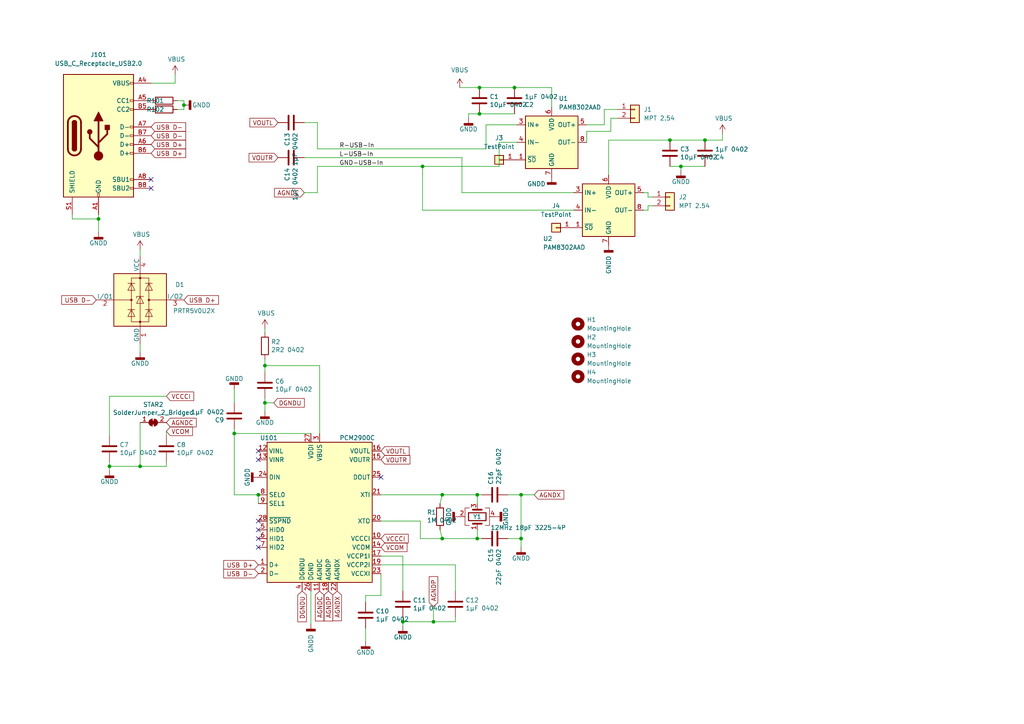
<source format=kicad_sch>
(kicad_sch (version 20211123) (generator eeschema)
  (paper "A4")
  (lib_symbols
    (symbol "Amplifier_Audio:PAM8302AAD"
      (property "Reference" "U" (at 7.62 11.43 0))
      (property "Value" "PAM8302AAD" (at 7.62 8.89 0))
      (symbol "PAM8302AAD_0_1"
        (rectangle (start -7.62 7.62) (end 7.62 -7.62) (stroke (width 0.254)) (fill (type background)))
      )
      (symbol "PAM8302AAD_1_1"
        (pin input line (at -10.16 -5.08 0) (length 2.54) (name "~{SD}") (number "1"))
        (pin no_connect line (at 7.62 -5.08 180) (length 2.54) hide (name "NC") (number "2"))
        (pin input line (at -10.16 5.08 0) (length 2.54) (name "IN+") (number "3"))
        (pin input line (at -10.16 0 0) (length 2.54) (name "IN-") (number "4"))
        (pin output line (at 10.16 5.08 180) (length 2.54) (name "OUT+") (number "5"))
        (pin power_in line (at 0 10.16 270) (length 2.54) (name "VDD") (number "6"))
        (pin power_in line (at 0 -10.16 90) (length 2.54) (name "GND") (number "7"))
        (pin output line (at 10.16 0 180) (length 2.54) (name "OUT-") (number "8"))
      )
    )
    (symbol "Audio:PCM2902"
      (property "Reference" "U" (at -14.732 21.59 0))
      (property "Value" "PCM2902" (at 10.922 21.59 0))
      (symbol "PCM2902_0_1"
        (rectangle (start -15.24 20.32) (end 15.24 -20.32) (stroke (width 0.254)) (fill (type background)))
      )
      (symbol "PCM2902_1_1"
        (pin bidirectional line (at -17.78 -15.24 0) (length 2.54) (name "D+") (number "1"))
        (pin passive line (at 17.78 -7.62 180) (length 2.54) (name "VCCCI") (number "10"))
        (pin power_in line (at 0 -22.86 90) (length 2.54) (name "AGNDC") (number "11"))
        (pin input line (at -17.78 17.78 0) (length 2.54) (name "VINL") (number "12"))
        (pin input line (at -17.78 15.24 0) (length 2.54) (name "VINR") (number "13"))
        (pin passive line (at 17.78 -10.16 180) (length 2.54) (name "VCOM") (number "14"))
        (pin output line (at 17.78 15.24 180) (length 2.54) (name "VOUTR") (number "15"))
        (pin output line (at 17.78 17.78 180) (length 2.54) (name "VOUTL") (number "16"))
        (pin passive line (at 17.78 -12.7 180) (length 2.54) (name "VCCP1I") (number "17"))
        (pin power_in line (at 2.54 -22.86 90) (length 2.54) (name "AGNDP") (number "18"))
        (pin passive line (at 17.78 -15.24 180) (length 2.54) (name "VCCP2I") (number "19"))
        (pin bidirectional line (at -17.78 -17.78 0) (length 2.54) (name "D-") (number "2"))
        (pin output line (at 17.78 -2.54 180) (length 2.54) (name "XTO") (number "20"))
        (pin input line (at 17.78 5.08 180) (length 2.54) (name "XTI") (number "21"))
        (pin power_in line (at 5.08 -22.86 90) (length 2.54) (name "AGNDX") (number "22"))
        (pin passive line (at 17.78 -17.78 180) (length 2.54) (name "VCCXI") (number "23"))
        (pin input line (at -17.78 10.16 0) (length 2.54) (name "DIN") (number "24"))
        (pin output line (at 17.78 10.16 180) (length 2.54) (name "DOUT") (number "25"))
        (pin power_in line (at -2.54 -22.86 90) (length 2.54) (name "DGND") (number "26"))
        (pin power_out line (at -2.54 22.86 270) (length 2.54) (name "VDDI") (number "27"))
        (pin output line (at -17.78 -2.54 0) (length 2.54) (name "~{SSPND}") (number "28"))
        (pin power_in line (at 0 22.86 270) (length 2.54) (name "VBUS") (number "3"))
        (pin power_in line (at -5.08 -22.86 90) (length 2.54) (name "DGNDU") (number "4"))
        (pin input line (at -17.78 -5.08 0) (length 2.54) (name "HID0") (number "5"))
        (pin input line (at -17.78 -7.62 0) (length 2.54) (name "HID1") (number "6"))
        (pin input line (at -17.78 -10.16 0) (length 2.54) (name "HID2") (number "7"))
        (pin input line (at -17.78 5.08 0) (length 2.54) (name "SEL0") (number "8"))
        (pin input line (at -17.78 2.54 0) (length 2.54) (name "SEL1") (number "9"))
      )
    )
    (symbol "Connector:USB_C_Receptacle_USB2.0" (pin_names (offset 1.016))
      (property "Reference" "J" (at -10.16 19.05 0))
      (property "Value" "USB_C_Receptacle_USB2.0" (at 19.05 19.05 0))
      (symbol "USB_C_Receptacle_USB2.0_0_0"
        (rectangle (start -0.254 -17.78) (end 0.254 -16.764))
        (rectangle (start 10.16 -14.986) (end 9.144 -15.494))
        (rectangle (start 10.16 -12.446) (end 9.144 -12.954))
        (rectangle (start 10.16 -4.826) (end 9.144 -5.334))
        (rectangle (start 10.16 -2.286) (end 9.144 -2.794))
        (rectangle (start 10.16 0.254) (end 9.144 -0.254))
        (rectangle (start 10.16 2.794) (end 9.144 2.286))
        (rectangle (start 10.16 7.874) (end 9.144 7.366))
        (rectangle (start 10.16 10.414) (end 9.144 9.906))
        (rectangle (start 10.16 15.494) (end 9.144 14.986))
      )
      (symbol "USB_C_Receptacle_USB2.0_0_1"
        (rectangle (start -10.16 17.78) (end 10.16 -17.78) (stroke (width 0.254)) (fill (type background)))
        (arc (start -8.89 -3.81) (mid -6.985 -5.715) (end -5.08 -3.81) (stroke (width 0.508)))
        (arc (start -7.62 -3.81) (mid -6.985 -4.445) (end -6.35 -3.81) (stroke (width 0.254)))
        (arc (start -7.62 -3.81) (mid -6.985 -4.445) (end -6.35 -3.81) (stroke (width 0.254)) (fill (type outline)))
        (rectangle (start -7.62 -3.81) (end -6.35 3.81) (stroke (width 0.254)) (fill (type outline)))
        (arc (start -6.35 3.81) (mid -6.985 4.445) (end -7.62 3.81) (stroke (width 0.254)))
        (arc (start -6.35 3.81) (mid -6.985 4.445) (end -7.62 3.81) (stroke (width 0.254)) (fill (type outline)))
        (arc (start -5.08 3.81) (mid -6.985 5.715) (end -8.89 3.81) (stroke (width 0.508)))
        (circle (center -2.54 1.143) (radius 0.635) (stroke (width 0.254)) (fill (type outline)))
        (circle (center 0 -5.842) (radius 1.27) (fill (type outline)))
        (polyline (pts (xy -8.89 -3.81) (xy -8.89 3.81)) (stroke (width 0.508)))
        (polyline (pts (xy -5.08 3.81) (xy -5.08 -3.81)) (stroke (width 0.508)))
        (polyline (pts (xy 0 -5.842) (xy 0 4.318)) (stroke (width 0.508)))
        (polyline (pts (xy 0 -3.302) (xy -2.54 -0.762) (xy -2.54 0.508)) (stroke (width 0.508)))
        (polyline (pts (xy 0 -2.032) (xy 2.54 0.508) (xy 2.54 1.778)) (stroke (width 0.508)))
        (polyline (pts (xy -1.27 4.318) (xy 0 6.858) (xy 1.27 4.318) (xy -1.27 4.318)) (stroke (width 0.254)) (fill (type outline)))
        (rectangle (start 1.905 1.778) (end 3.175 3.048) (stroke (width 0.254)) (fill (type outline)))
      )
      (symbol "USB_C_Receptacle_USB2.0_1_1"
        (pin passive line (at 0 -22.86 90) (length 5.08) (name "GND") (number "A1"))
        (pin passive line (at 0 -22.86 90) (length 5.08) hide (name "GND") (number "A12"))
        (pin passive line (at 15.24 15.24 180) (length 5.08) (name "VBUS") (number "A4"))
        (pin bidirectional line (at 15.24 10.16 180) (length 5.08) (name "CC1") (number "A5"))
        (pin bidirectional line (at 15.24 -2.54 180) (length 5.08) (name "D+") (number "A6"))
        (pin bidirectional line (at 15.24 2.54 180) (length 5.08) (name "D-") (number "A7"))
        (pin bidirectional line (at 15.24 -12.7 180) (length 5.08) (name "SBU1") (number "A8"))
        (pin passive line (at 15.24 15.24 180) (length 5.08) hide (name "VBUS") (number "A9"))
        (pin passive line (at 0 -22.86 90) (length 5.08) hide (name "GND") (number "B1"))
        (pin passive line (at 0 -22.86 90) (length 5.08) hide (name "GND") (number "B12"))
        (pin passive line (at 15.24 15.24 180) (length 5.08) hide (name "VBUS") (number "B4"))
        (pin bidirectional line (at 15.24 7.62 180) (length 5.08) (name "CC2") (number "B5"))
        (pin bidirectional line (at 15.24 -5.08 180) (length 5.08) (name "D+") (number "B6"))
        (pin bidirectional line (at 15.24 0 180) (length 5.08) (name "D-") (number "B7"))
        (pin bidirectional line (at 15.24 -15.24 180) (length 5.08) (name "SBU2") (number "B8"))
        (pin passive line (at 15.24 15.24 180) (length 5.08) hide (name "VBUS") (number "B9"))
        (pin passive line (at -7.62 -22.86 90) (length 5.08) (name "SHIELD") (number "S1"))
      )
    )
    (symbol "Connector_Generic:Conn_01x01" (pin_names (offset 1.016) hide)
      (property "Reference" "J" (at 0 2.54 0))
      (property "Value" "Conn_01x01" (at 0 -2.54 0))
      (symbol "Conn_01x01_1_1"
        (rectangle (start -1.27 0.127) (end 0 -0.127) (stroke (width 0.1524)))
        (rectangle (start -1.27 1.27) (end 1.27 -1.27) (stroke (width 0.254)) (fill (type background)))
        (pin passive line (at -5.08 0 0) (length 3.81) (name "Pin_1") (number "1"))
      )
    )
    (symbol "Connector_Generic:Conn_01x02" (pin_names (offset 1.016) hide)
      (property "Reference" "J" (at 0 2.54 0))
      (property "Value" "Conn_01x02" (at 0 -5.08 0))
      (symbol "Conn_01x02_1_1"
        (rectangle (start -1.27 -2.413) (end 0 -2.667) (stroke (width 0.1524)))
        (rectangle (start -1.27 0.127) (end 0 -0.127) (stroke (width 0.1524)))
        (rectangle (start -1.27 1.27) (end 1.27 -3.81) (stroke (width 0.254)) (fill (type background)))
        (pin passive line (at -5.08 0 0) (length 3.81) (name "Pin_1") (number "1"))
        (pin passive line (at -5.08 -2.54 0) (length 3.81) (name "Pin_2") (number "2"))
      )
    )
    (symbol "Device:C" (pin_numbers hide) (pin_names (offset 0.254))
      (property "Reference" "C" (at 0.635 2.54 0))
      (property "Value" "C" (at 0.635 -2.54 0))
      (symbol "C_0_1"
        (polyline (pts (xy -2.032 -0.762) (xy 2.032 -0.762)) (stroke (width 0.508)))
        (polyline (pts (xy -2.032 0.762) (xy 2.032 0.762)) (stroke (width 0.508)))
      )
      (symbol "C_1_1"
        (pin passive line (at 0 3.81 270) (length 2.794) (name "~") (number "1"))
        (pin passive line (at 0 -3.81 90) (length 2.794) (name "~") (number "2"))
      )
    )
    (symbol "Device:Crystal_GND24" (pin_names (offset 1.016) hide)
      (property "Reference" "Y" (at 3.175 5.08 0))
      (property "Value" "Crystal_GND24" (at 3.175 3.175 0))
      (symbol "Crystal_GND24_0_1"
        (rectangle (start -1.143 2.54) (end 1.143 -2.54) (stroke (width 0.3048)))
        (polyline (pts (xy -2.54 0) (xy -2.032 0)))
        (polyline (pts (xy -2.032 -1.27) (xy -2.032 1.27)) (stroke (width 0.508)))
        (polyline (pts (xy 0 -3.81) (xy 0 -3.556)))
        (polyline (pts (xy 0 3.556) (xy 0 3.81)))
        (polyline (pts (xy 2.032 -1.27) (xy 2.032 1.27)) (stroke (width 0.508)))
        (polyline (pts (xy 2.032 0) (xy 2.54 0)))
        (polyline (pts (xy -2.54 -2.286) (xy -2.54 -3.556) (xy 2.54 -3.556) (xy 2.54 -2.286)))
        (polyline (pts (xy -2.54 2.286) (xy -2.54 3.556) (xy 2.54 3.556) (xy 2.54 2.286)))
      )
      (symbol "Crystal_GND24_1_1"
        (pin passive line (at -3.81 0 0) (length 1.27) (name "1") (number "1"))
        (pin passive line (at 0 5.08 270) (length 1.27) (name "2") (number "2"))
        (pin passive line (at 3.81 0 180) (length 1.27) (name "3") (number "3"))
        (pin passive line (at 0 -5.08 90) (length 1.27) (name "4") (number "4"))
      )
    )
    (symbol "Device:R" (pin_numbers hide) (pin_names (offset 0))
      (property "Reference" "R" (at 2.032 0 90))
      (property "Value" "R" (at 0 0 90))
      (symbol "R_0_1"
        (rectangle (start -1.016 -2.54) (end 1.016 2.54) (stroke (width 0.254)))
      )
      (symbol "R_1_1"
        (pin passive line (at 0 3.81 270) (length 1.27) (name "~") (number "1"))
        (pin passive line (at 0 -3.81 90) (length 1.27) (name "~") (number "2"))
      )
    )
    (symbol "Jumper:SolderJumper_2_Bridged" (pin_names (offset 0) hide)
      (property "Reference" "JP" (at 0 2.032 0))
      (property "Value" "SolderJumper_2_Bridged" (at 0 -2.54 0))
      (symbol "SolderJumper_2_Bridged_0_1"
        (rectangle (start -0.508 0.508) (end 0.508 -0.508) (fill (type outline)))
        (arc (start -0.254 1.016) (mid -1.27 0) (end -0.254 -1.016))
        (arc (start -0.254 1.016) (mid -1.27 0) (end -0.254 -1.016) (fill (type outline)))
        (polyline (pts (xy -0.254 1.016) (xy -0.254 -1.016)))
        (polyline (pts (xy 0.254 1.016) (xy 0.254 -1.016)))
        (arc (start 0.254 -1.016) (mid 1.27 0) (end 0.254 1.016))
        (arc (start 0.254 -1.016) (mid 1.27 0) (end 0.254 1.016) (fill (type outline)))
      )
      (symbol "SolderJumper_2_Bridged_1_1"
        (pin passive line (at -3.81 0 0) (length 2.54) (name "A") (number "1"))
        (pin passive line (at 3.81 0 180) (length 2.54) (name "B") (number "2"))
      )
    )
    (symbol "Mechanical:MountingHole" (pin_names (offset 1.016))
      (property "Reference" "H" (at 0 5.08 0))
      (property "Value" "MountingHole" (at 0 3.175 0))
      (symbol "MountingHole_0_1"
        (circle (center 0 0) (radius 1.27) (stroke (width 1.27)))
      )
    )
    (symbol "Power_Protection:PRTR5V0U2X" (pin_names (offset 0))
      (property "Reference" "D" (at 2.794 8.636 0))
      (property "Value" "PRTR5V0U2X" (at 8.128 -9.398 0))
      (symbol "PRTR5V0U2X_0_1"
        (rectangle (start -7.62 -7.62) (end 7.62 7.62) (stroke (width 0.254)) (fill (type background)))
        (circle (center -2.54 0) (radius 0.254) (fill (type outline)))
        (rectangle (start -2.54 6.35) (end 2.54 -6.35))
        (circle (center 0 -6.35) (radius 0.254) (fill (type outline)))
        (polyline (pts (xy -2.54 0) (xy -7.62 0)))
        (polyline (pts (xy -1.524 -2.794) (xy -3.556 -2.794)))
        (polyline (pts (xy -1.524 4.826) (xy -3.556 4.826)))
        (polyline (pts (xy 0 -7.62) (xy 0 7.62)))
        (polyline (pts (xy 1.524 -2.794) (xy 3.556 -2.794)))
        (polyline (pts (xy 1.524 4.826) (xy 3.556 4.826)))
        (polyline (pts (xy 2.54 0) (xy 7.62 0)))
        (polyline (pts (xy 1.016 1.016) (xy -1.016 1.016) (xy -1.016 0.508)))
        (polyline (pts (xy -3.556 -4.826) (xy -1.524 -4.826) (xy -2.54 -2.794) (xy -3.556 -4.826)))
        (polyline (pts (xy -3.556 2.794) (xy -1.524 2.794) (xy -2.54 4.826) (xy -3.556 2.794)))
        (polyline (pts (xy -1.016 -1.016) (xy 1.016 -1.016) (xy 0 1.016) (xy -1.016 -1.016)))
        (polyline (pts (xy 3.556 -4.826) (xy 1.524 -4.826) (xy 2.54 -2.794) (xy 3.556 -4.826)))
        (polyline (pts (xy 3.556 2.794) (xy 1.524 2.794) (xy 2.54 4.826) (xy 3.556 2.794)))
        (circle (center 0 6.35) (radius 0.254) (fill (type outline)))
        (circle (center 2.54 0) (radius 0.254) (fill (type outline)))
      )
      (symbol "PRTR5V0U2X_1_1"
        (pin passive line (at 0 -12.7 90) (length 5.08) (name "GND") (number "1"))
        (pin passive line (at -12.7 0 0) (length 5.08) (name "I/O1") (number "2"))
        (pin passive line (at 12.7 0 180) (length 5.08) (name "I/O2") (number "3"))
        (pin passive line (at 0 12.7 270) (length 5.08) (name "VCC") (number "4"))
      )
    )
    (symbol "power:GNDD" (power) (pin_names (offset 0))
      (property "Value" "GNDD" (at 0 -3.175 0))
      (symbol "GNDD_0_1"
        (rectangle (start -1.27 -1.524) (end 1.27 -2.032) (stroke (width 0.254)) (fill (type outline)))
        (polyline (pts (xy 0 0) (xy 0 -1.524)))
      )
      (symbol "GNDD_1_1"
        (pin power_in line (at 0 0 270) (length 0) hide (name "GNDD") (number "1"))
      )
    )
    (symbol "power:VBUS" (power) (pin_names (offset 0))
      (property "Value" "VBUS" (at 0 3.81 0))
      (symbol "VBUS_0_1"
        (polyline (pts (xy -0.762 1.27) (xy 0 2.54)))
        (polyline (pts (xy 0 0) (xy 0 2.54)))
        (polyline (pts (xy 0 2.54) (xy 0.762 1.27)))
      )
      (symbol "VBUS_1_1"
        (pin power_in line (at 0 0 90) (length 0) hide (name "VBUS") (number "1"))
      )
    )
  )
  (junction (at 151.13 156.21))
  (junction (at 28.575 63.5))
  (junction (at 128.27 143.51))
  (junction (at 138.43 156.21))
  (junction (at 76.835 106.045))
  (junction (at 122.555 48.26))
  (junction (at 194.31 40.64))
  (junction (at 149.225 25.4))
  (junction (at 151.13 143.51))
  (junction (at 116.84 180.34))
  (junction (at 31.75 135.255))
  (junction (at 76.835 116.84))
  (junction (at 138.43 143.51))
  (junction (at 139.065 33.02))
  (junction (at 204.47 40.64))
  (junction (at 128.27 156.21))
  (junction (at 74.93 143.51))
  (junction (at 40.64 135.255))
  (junction (at 125.73 180.34))
  (junction (at 53.34 30.48))
  (junction (at 139.065 25.4))
  (junction (at 197.485 48.26))
  (junction (at 67.945 125.73))
  (no_connect (at 74.93 153.67))
  (no_connect (at 74.93 156.21))
  (no_connect (at 74.93 158.75))
  (no_connect (at 110.49 138.43))
  (no_connect (at 43.815 52.07))
  (no_connect (at 43.815 54.61))
  (no_connect (at 74.93 133.35))
  (no_connect (at 74.93 130.81))
  (no_connect (at 74.93 151.13))
  (wire (pts (xy 67.945 116.84) (xy 67.945 113.03)))
  (wire (pts (xy 28.575 62.23) (xy 28.575 63.5)))
  (wire (pts (xy 194.31 48.26) (xy 197.485 48.26)))
  (wire (pts (xy 51.435 31.75) (xy 53.34 31.75)))
  (wire (pts (xy 122.555 48.26) (xy 144.78 48.26)))
  (wire (pts (xy 90.17 180.975) (xy 90.17 171.45)))
  (wire (pts (xy 40.64 72.39) (xy 40.64 74.295)))
  (wire (pts (xy 31.75 135.255) (xy 40.64 135.255)))
  (wire (pts (xy 48.26 135.255) (xy 48.26 133.985)))
  (wire (pts (xy 140.97 36.195) (xy 149.86 36.195)))
  (wire (pts (xy 40.64 99.695) (xy 40.64 102.235)))
  (wire (pts (xy 31.75 114.935) (xy 48.26 114.935)))
  (wire (pts (xy 116.84 179.07) (xy 116.84 180.34)))
  (wire (pts (xy 76.835 95.25) (xy 76.835 96.52)))
  (wire (pts (xy 127.635 153.67) (xy 128.27 156.21)))
  (wire (pts (xy 20.955 63.5) (xy 20.955 62.23)))
  (wire (pts (xy 139.065 33.02) (xy 135.89 33.02)))
  (wire (pts (xy 149.225 33.02) (xy 139.065 33.02)))
  (wire (pts (xy 121.92 156.21) (xy 128.27 156.21)))
  (wire (pts (xy 116.84 180.34) (xy 125.73 180.34)))
  (wire (pts (xy 151.13 156.21) (xy 151.13 158.75)))
  (wire (pts (xy 40.64 135.255) (xy 48.26 135.255)))
  (wire (pts (xy 40.64 122.555) (xy 40.64 135.255)))
  (wire (pts (xy 197.485 48.26) (xy 197.485 49.53)))
  (wire (pts (xy 138.43 143.51) (xy 139.7 143.51)))
  (wire (pts (xy 53.34 29.21) (xy 51.435 29.21)))
  (wire (pts (xy 88.265 55.88) (xy 92.075 55.88)))
  (wire (pts (xy 31.75 135.255) (xy 31.75 136.525)))
  (wire (pts (xy 135.89 33.02) (xy 135.89 34.29)))
  (wire (pts (xy 76.835 106.045) (xy 76.835 107.95)))
  (wire (pts (xy 132.08 179.07) (xy 132.08 180.34)))
  (wire (pts (xy 209.55 38.735) (xy 209.55 40.64)))
  (wire (pts (xy 48.26 125.095) (xy 48.26 126.365)))
  (wire (pts (xy 28.575 63.5) (xy 28.575 67.31)))
  (wire (pts (xy 127.635 146.05) (xy 128.27 143.51)))
  (wire (pts (xy 187.96 57.15) (xy 187.96 55.88)))
  (wire (pts (xy 31.75 126.365) (xy 31.75 114.935)))
  (wire (pts (xy 125.73 180.34) (xy 132.08 180.34)))
  (wire (pts (xy 106.045 174.625) (xy 106.045 172.72)))
  (wire (pts (xy 144.78 48.26) (xy 144.78 41.275)))
  (wire (pts (xy 116.84 161.29) (xy 110.49 161.29)))
  (wire (pts (xy 110.49 143.51) (xy 128.27 143.51)))
  (wire (pts (xy 92.71 106.045) (xy 92.71 125.73)))
  (wire (pts (xy 139.065 25.4) (xy 133.35 25.4)))
  (wire (pts (xy 170.18 36.195) (xy 175.26 36.195)))
  (wire (pts (xy 186.69 55.88) (xy 187.96 55.88)))
  (wire (pts (xy 197.485 48.26) (xy 204.47 48.26)))
  (wire (pts (xy 110.49 151.13) (xy 121.92 151.13)))
  (wire (pts (xy 133.985 55.88) (xy 166.37 55.88)))
  (wire (pts (xy 160.02 31.115) (xy 160.02 25.4)))
  (wire (pts (xy 176.53 50.8) (xy 176.53 40.64)))
  (wire (pts (xy 88.265 35.56) (xy 92.075 35.56)))
  (wire (pts (xy 53.34 30.48) (xy 53.34 29.21)))
  (wire (pts (xy 209.55 40.64) (xy 204.47 40.64)))
  (wire (pts (xy 106.045 182.245) (xy 106.045 186.055)))
  (wire (pts (xy 186.69 60.96) (xy 187.96 60.96)))
  (wire (pts (xy 140.97 43.18) (xy 140.97 36.195)))
  (wire (pts (xy 170.18 38.1) (xy 170.18 41.275)))
  (wire (pts (xy 133.985 45.72) (xy 133.985 55.88)))
  (wire (pts (xy 194.31 40.64) (xy 204.47 40.64)))
  (wire (pts (xy 76.835 116.84) (xy 79.375 116.84)))
  (wire (pts (xy 177.165 38.1) (xy 170.18 38.1)))
  (wire (pts (xy 53.34 31.75) (xy 53.34 30.48)))
  (wire (pts (xy 92.075 48.26) (xy 92.075 55.88)))
  (wire (pts (xy 88.265 45.72) (xy 133.985 45.72)))
  (wire (pts (xy 92.075 43.18) (xy 140.97 43.18)))
  (wire (pts (xy 74.93 146.05) (xy 74.93 143.51)))
  (wire (pts (xy 138.43 156.21) (xy 139.7 156.21)))
  (wire (pts (xy 187.96 59.69) (xy 189.23 59.69)))
  (wire (pts (xy 76.835 106.045) (xy 92.71 106.045)))
  (wire (pts (xy 106.045 172.72) (xy 110.49 172.72)))
  (wire (pts (xy 92.075 48.26) (xy 122.555 48.26)))
  (wire (pts (xy 187.96 60.96) (xy 187.96 59.69)))
  (wire (pts (xy 138.43 156.21) (xy 138.43 153.67)))
  (wire (pts (xy 179.07 34.29) (xy 177.165 34.29)))
  (wire (pts (xy 76.835 115.57) (xy 76.835 116.84)))
  (wire (pts (xy 67.945 125.73) (xy 90.17 125.73)))
  (wire (pts (xy 28.575 63.5) (xy 20.955 63.5)))
  (wire (pts (xy 122.555 60.96) (xy 122.555 48.26)))
  (wire (pts (xy 67.945 143.51) (xy 67.945 125.73)))
  (wire (pts (xy 125.73 175.895) (xy 125.73 180.34)))
  (wire (pts (xy 160.02 25.4) (xy 149.225 25.4)))
  (wire (pts (xy 110.49 163.83) (xy 132.08 163.83)))
  (wire (pts (xy 43.815 24.13) (xy 50.8 24.13)))
  (wire (pts (xy 50.8 24.13) (xy 50.8 21.59)))
  (wire (pts (xy 116.84 161.29) (xy 116.84 171.45)))
  (wire (pts (xy 67.945 125.73) (xy 67.945 124.46)))
  (wire (pts (xy 128.27 143.51) (xy 138.43 143.51)))
  (wire (pts (xy 121.92 151.13) (xy 121.92 156.21)))
  (wire (pts (xy 189.23 57.15) (xy 187.96 57.15)))
  (wire (pts (xy 147.32 156.21) (xy 151.13 156.21)))
  (wire (pts (xy 110.49 172.72) (xy 110.49 166.37)))
  (wire (pts (xy 166.37 60.96) (xy 122.555 60.96)))
  (wire (pts (xy 147.32 143.51) (xy 151.13 143.51)))
  (wire (pts (xy 151.13 143.51) (xy 154.94 143.51)))
  (wire (pts (xy 31.75 133.985) (xy 31.75 135.255)))
  (wire (pts (xy 76.835 116.84) (xy 76.835 119.38)))
  (wire (pts (xy 67.945 143.51) (xy 74.93 143.51)))
  (wire (pts (xy 176.53 40.64) (xy 194.31 40.64)))
  (wire (pts (xy 132.08 163.83) (xy 132.08 171.45)))
  (wire (pts (xy 144.78 41.275) (xy 149.86 41.275)))
  (wire (pts (xy 177.165 34.29) (xy 177.165 38.1)))
  (wire (pts (xy 149.225 25.4) (xy 139.065 25.4)))
  (wire (pts (xy 128.27 156.21) (xy 138.43 156.21)))
  (wire (pts (xy 175.26 31.75) (xy 179.07 31.75)))
  (wire (pts (xy 116.84 180.34) (xy 116.84 181.61)))
  (wire (pts (xy 138.43 143.51) (xy 138.43 146.05)))
  (wire (pts (xy 151.13 143.51) (xy 151.13 156.21)))
  (wire (pts (xy 92.075 35.56) (xy 92.075 43.18)))
  (wire (pts (xy 175.26 36.195) (xy 175.26 31.75)))
  (wire (pts (xy 76.835 104.14) (xy 76.835 106.045)))
  (label "GND-USB-In" (at 98.425 48.26 0))
  (label "L-USB-In" (at 98.425 45.72 0))
  (label "R-USB-In" (at 98.425 43.18 0))
  (global_label "USB D+" (shape input) (at 53.34 86.995 0) (property "Intersheet References" "${INTERSHEET_REFS}" (effects hide)))
  (global_label "USB D-" (shape input) (at 43.815 36.83 0) (property "Intersheet References" "${INTERSHEET_REFS}" (effects hide)))
  (global_label "AGNDC" (shape input) (at 48.26 122.555 0) (property "Intersheet References" "${INTERSHEET_REFS}" (effects hide)))
  (global_label "VCCCI" (shape input) (at 110.49 156.21 0) (property "Intersheet References" "${INTERSHEET_REFS}" (effects hide)))
  (global_label "USB D-" (shape input) (at 74.93 166.37 180) (property "Intersheet References" "${INTERSHEET_REFS}" (effects hide)))
  (global_label "DGNDU" (shape input) (at 79.375 116.84 0) (property "Intersheet References" "${INTERSHEET_REFS}" (effects hide)))
  (global_label "VOUTL" (shape input) (at 110.49 130.81 0) (property "Intersheet References" "${INTERSHEET_REFS}" (effects hide)))
  (global_label "AGNDC" (shape input) (at 88.265 55.88 180) (property "Intersheet References" "${INTERSHEET_REFS}" (effects hide)))
  (global_label "AGNDP" (shape input) (at 95.25 171.45 270) (property "Intersheet References" "${INTERSHEET_REFS}" (effects hide)))
  (global_label "USB D-" (shape input) (at 27.94 86.995 180) (property "Intersheet References" "${INTERSHEET_REFS}" (effects hide)))
  (global_label "VCOM" (shape input) (at 110.49 158.75 0) (property "Intersheet References" "${INTERSHEET_REFS}" (effects hide)))
  (global_label "VOUTL" (shape input) (at 80.645 35.56 180) (property "Intersheet References" "${INTERSHEET_REFS}" (effects hide)))
  (global_label "AGNDC" (shape input) (at 92.71 171.45 270) (property "Intersheet References" "${INTERSHEET_REFS}" (effects hide)))
  (global_label "VCCCI" (shape input) (at 48.26 114.935 0) (property "Intersheet References" "${INTERSHEET_REFS}" (effects hide)))
  (global_label "VOUTR" (shape input) (at 110.49 133.35 0) (property "Intersheet References" "${INTERSHEET_REFS}" (effects hide)))
  (global_label "AGNDX" (shape input) (at 97.79 171.45 270) (property "Intersheet References" "${INTERSHEET_REFS}" (effects hide)))
  (global_label "USB D-" (shape input) (at 43.815 39.37 0) (property "Intersheet References" "${INTERSHEET_REFS}" (effects hide)))
  (global_label "AGNDP" (shape input) (at 125.73 175.895 90) (property "Intersheet References" "${INTERSHEET_REFS}" (effects hide)))
  (global_label "VCOM" (shape input) (at 48.26 125.095 0) (property "Intersheet References" "${INTERSHEET_REFS}" (effects hide)))
  (global_label "USB D+" (shape input) (at 43.815 41.91 0) (property "Intersheet References" "${INTERSHEET_REFS}" (effects hide)))
  (global_label "DGNDU" (shape input) (at 87.63 171.45 270) (property "Intersheet References" "${INTERSHEET_REFS}" (effects hide)))
  (global_label "USB D+" (shape input) (at 43.815 44.45 0) (property "Intersheet References" "${INTERSHEET_REFS}" (effects hide)))
  (global_label "USB D+" (shape input) (at 74.93 163.83 180) (property "Intersheet References" "${INTERSHEET_REFS}" (effects hide)))
  (global_label "VOUTR" (shape input) (at 80.645 45.72 180) (property "Intersheet References" "${INTERSHEET_REFS}" (effects hide)))
  (global_label "AGNDX" (shape input) (at 154.94 143.51 0) (property "Intersheet References" "${INTERSHEET_REFS}" (effects hide)))
  (symbol (lib_id "Power_Protection:PRTR5V0U2X") (at 40.64 86.995 0) (unit 1)
    (property "Reference" "D1" (at 50.8 82.55 0) (effects (justify left)))
    (property "Value" "PRTR5V0U2X" (at 50.165 90.17 0) (effects (justify left)))
    (property "Footprint" "Package_TO_SOT_SMD:SOT-143" (effects hide))
    (property "Datasheet" "https://assets.nexperia.com/documents/data-sheet/PRTR5V0U2X.pdf" (effects hide))
  )
  (symbol (lib_id "power:GNDD") (at 28.575 67.31 0) (unit 1)
    (property "Reference" "#PWR0107" (effects hide))
    (property "Value" "GNDD" (at 28.575 70.485 0))
  )
  (symbol (lib_id "power:GNDD") (at 40.64 102.235 0) (unit 1)
    (property "Reference" "#PWR0105" (effects hide))
    (property "Value" "GNDD" (at 40.64 105.41 0))
  )
  (symbol (lib_id "power:VBUS") (at 40.64 72.39 0) (unit 1)
    (property "Reference" "#PWR0123" (effects hide))
    (property "Value" "VBUS" (at 41.021 67.9958 0))
  )
  (symbol (lib_id "Audio:PCM2902") (at 92.71 148.59 0) (unit 1)
    (property "Reference" "U101" (at 77.978 127 0))
    (property "Value" "PCM2900C" (at 103.632 127 0))
    (property "Footprint" "Package_SO:SSOP-28_5.3x10.2mm_P0.65mm" (effects hide))
    (property "Datasheet" "http://www.ti.com/lit/ds/symlink/pcm2902c.pdf" (effects hide))
  )
  (symbol (lib_id "Device:C") (at 76.835 111.76 0) (unit 1)
    (property "Reference" "C6" (at 79.756 110.5916 0) (effects (justify left)))
    (property "Value" "10µF 0402" (at 79.756 112.903 0) (effects (justify left)))
    (property "Footprint" "Capacitor_SMD:C_0402_1005Metric" (effects hide))
  )
  (symbol (lib_id "power:GNDD") (at 76.835 119.38 0) (unit 1)
    (property "Reference" "#PWR0103" (effects hide))
    (property "Value" "GNDD" (at 76.835 122.555 0))
  )
  (symbol (lib_id "power:VBUS") (at 76.835 95.25 0) (unit 1)
    (property "Reference" "#PWR0130" (effects hide))
    (property "Value" "VBUS" (at 77.216 90.8558 0))
  )
  (symbol (lib_id "Device:C") (at 48.26 130.175 0) (unit 1)
    (property "Reference" "C8" (at 51.181 129.0066 0) (effects (justify left)))
    (property "Value" "10µF 0402" (at 51.181 131.318 0) (effects (justify left)))
    (property "Footprint" "Capacitor_SMD:C_0402_1005Metric" (effects hide))
  )
  (symbol (lib_id "Device:C") (at 31.75 130.175 0) (unit 1)
    (property "Reference" "C7" (at 34.671 129.0066 0) (effects (justify left)))
    (property "Value" "10µF 0402" (at 34.671 131.318 0) (effects (justify left)))
    (property "Footprint" "Capacitor_SMD:C_0402_1005Metric" (effects hide))
  )
  (symbol (lib_id "power:GNDD") (at 31.75 136.525 0) (unit 1)
    (property "Reference" "#PWR0102" (effects hide))
    (property "Value" "GNDD" (at 31.75 139.7 0))
  )
  (symbol (lib_id "Device:C") (at 67.945 120.65 180) (unit 1)
    (property "Reference" "C9" (at 65.024 121.8184 0) (effects (justify left)))
    (property "Value" "1µF 0402" (at 65.024 119.507 0) (effects (justify left)))
    (property "Footprint" "Capacitor_SMD:C_0402_1005Metric" (effects hide))
  )
  (symbol (lib_id "power:GNDD") (at 67.945 113.03 180) (unit 1)
    (property "Reference" "#PWR0104" (effects hide))
    (property "Value" "GNDD" (at 67.945 109.855 0))
  )
  (symbol (lib_id "Device:C") (at 106.045 178.435 0) (unit 1)
    (property "Reference" "C10" (at 108.966 177.2666 0) (effects (justify left)))
    (property "Value" "1µF 0402" (at 108.966 179.578 0) (effects (justify left)))
    (property "Footprint" "Capacitor_SMD:C_0402_1005Metric" (effects hide))
  )
  (symbol (lib_id "Device:C") (at 132.08 175.26 0) (unit 1)
    (property "Reference" "C12" (at 135.001 174.0916 0) (effects (justify left)))
    (property "Value" "1µF 0402" (at 135.001 176.403 0) (effects (justify left)))
    (property "Footprint" "Capacitor_SMD:C_0402_1005Metric" (effects hide))
  )
  (symbol (lib_id "Device:C") (at 116.84 175.26 0) (unit 1)
    (property "Reference" "C11" (at 119.761 174.0916 0) (effects (justify left)))
    (property "Value" "1µF 0402" (at 119.761 176.403 0) (effects (justify left)))
    (property "Footprint" "Capacitor_SMD:C_0402_1005Metric" (effects hide))
  )
  (symbol (lib_id "power:GNDD") (at 106.045 186.055 0) (unit 1)
    (property "Reference" "#PWR0109" (effects hide))
    (property "Value" "GNDD" (at 106.045 189.23 0))
  )
  (symbol (lib_id "power:GNDD") (at 116.84 181.61 0) (unit 1)
    (property "Reference" "#PWR0108" (effects hide))
    (property "Value" "GNDD" (at 116.84 184.785 0))
  )
  (symbol (lib_id "Device:C") (at 84.455 35.56 90) (mirror x) (unit 1)
    (property "Reference" "C13" (at 83.2866 38.481 0) (effects (justify left)))
    (property "Value" "1µF 0402" (at 85.598 38.481 0) (effects (justify left)))
    (property "Footprint" "Capacitor_SMD:C_0402_1005Metric" (effects hide))
  )
  (symbol (lib_id "Device:C") (at 84.455 45.72 90) (mirror x) (unit 1)
    (property "Reference" "C14" (at 83.2866 48.641 0) (effects (justify left)))
    (property "Value" "1µF 0402" (at 85.598 48.641 0) (effects (justify left)))
    (property "Footprint" "Capacitor_SMD:C_0402_1005Metric" (effects hide))
  )
  (symbol (lib_id "Device:Crystal_GND24") (at 138.43 149.86 90) (unit 1)
    (property "Reference" "Y1" (at 137.16 149.86 90) (effects (justify right)))
    (property "Value" "12MHz 18pF 3225-4P" (at 142.24 153.035 90) (effects (justify right)))
    (property "Footprint" "Crystal:Crystal_SMD_3225-4Pin_3.2x2.5mm" (effects hide))
  )
  (symbol (lib_id "Device:C") (at 143.51 156.21 90) (mirror x) (unit 1)
    (property "Reference" "C15" (at 142.3416 159.131 0) (effects (justify left)))
    (property "Value" "22pF 0402" (at 144.653 159.131 0) (effects (justify left)))
    (property "Footprint" "Capacitor_SMD:C_0402_1005Metric" (effects hide))
  )
  (symbol (lib_id "Device:C") (at 143.51 143.51 90) (unit 1)
    (property "Reference" "C16" (at 142.3416 140.589 0) (effects (justify left)))
    (property "Value" "22pF 0402" (at 144.653 140.589 0) (effects (justify left)))
    (property "Footprint" "Capacitor_SMD:C_0402_1005Metric" (effects hide))
  )
  (symbol (lib_id "power:GNDD") (at 151.13 158.75 0) (unit 1)
    (property "Reference" "#PWR0106" (effects hide))
    (property "Value" "GNDD" (at 151.13 161.925 0))
  )
  (symbol (lib_id "Device:R") (at 127.635 149.86 0) (unit 1)
    (property "Reference" "R1" (at 123.825 148.59 0) (effects (justify left)))
    (property "Value" "1M 0402" (at 123.825 150.9014 0) (effects (justify left)))
    (property "Footprint" "Resistor_SMD:R_0402_1005Metric" (effects hide))
  )
  (symbol (lib_id "Jumper:SolderJumper_2_Bridged") (at 44.45 122.555 0) (unit 1)
    (property "Reference" "STAR2" (at 44.45 117.348 0))
    (property "Value" "SolderJumper_2_Bridged" (at 44.45 119.6594 0))
    (property "Footprint" "Jumper:SolderJumper-2_P1.3mm_Bridged_RoundedPad1.0x1.5mm" (effects hide))
  )
  (symbol (lib_id "Device:R") (at 76.835 100.33 0) (unit 1)
    (property "Reference" "R2" (at 78.613 99.1616 0) (effects (justify left)))
    (property "Value" "2R2 0402" (at 78.613 101.473 0) (effects (justify left)))
    (property "Footprint" "Resistor_SMD:R_0402_1005Metric" (effects hide))
  )
  (symbol (lib_id "Connector_Generic:Conn_01x01") (at 144.78 46.355 180) (unit 1)
    (property "Reference" "J3" (at 144.78 40.005 0))
    (property "Value" "TestPoint" (at 144.78 42.545 0))
    (property "Footprint" "TestPoint:TestPoint_Pad_1.0x1.0mm" (effects hide))
  )
  (symbol (lib_id "Device:C") (at 139.065 29.21 0) (unit 1)
    (property "Reference" "C1" (at 141.986 28.0416 0) (effects (justify left)))
    (property "Value" "10µF 0402" (at 141.986 30.353 0) (effects (justify left)))
    (property "Footprint" "Capacitor_SMD:C_0402_1005Metric" (effects hide))
  )
  (symbol (lib_id "Device:R") (at 47.625 31.75 90) (unit 1)
    (property "Reference" "R102" (at 47.625 31.75 90) (effects (justify left)))
    (property "Value" "5.1K 0402" (effects hide))
    (property "Footprint" "Resistor_SMD:R_0402_1005Metric" (effects hide))
  )
  (symbol (lib_id "Device:C") (at 149.225 29.21 0) (mirror x) (unit 1)
    (property "Reference" "C2" (at 152.146 30.3784 0) (effects (justify left)))
    (property "Value" "1µF 0402" (at 152.146 28.067 0) (effects (justify left)))
    (property "Footprint" "Capacitor_SMD:C_0402_1005Metric" (effects hide))
  )
  (symbol (lib_id "Mechanical:MountingHole") (at 167.64 109.22 0) (unit 1)
    (property "Reference" "H4" (at 170.18 107.9499 0) (effects (justify left)))
    (property "Value" "MountingHole" (at 170.18 110.4899 0) (effects (justify left)))
    (property "Footprint" "MountingHole:MountingHole_2.2mm_M2" (effects hide))
  )
  (symbol (lib_id "power:VBUS") (at 209.55 38.735 0) (unit 1)
    (property "Reference" "#PWR0118" (effects hide))
    (property "Value" "VBUS" (at 209.931 34.3408 0))
  )
  (symbol (lib_id "Device:C") (at 194.31 44.45 0) (unit 1)
    (property "Reference" "C3" (at 197.231 43.2816 0) (effects (justify left)))
    (property "Value" "10µF 0402" (at 197.231 45.593 0) (effects (justify left)))
    (property "Footprint" "Capacitor_SMD:C_0402_1005Metric" (effects hide))
  )
  (symbol (lib_id "power:GNDD") (at 135.89 34.29 0) (unit 1)
    (property "Reference" "#PWR0115" (effects hide))
    (property "Value" "GNDD" (at 135.89 37.465 0))
  )
  (symbol (lib_id "Connector_Generic:Conn_01x02") (at 194.31 57.15 0) (unit 1)
    (property "Reference" "J2" (at 196.85 57.1499 0) (effects (justify left)))
    (property "Value" "MPT 2.54" (at 196.85 59.6899 0) (effects (justify left)))
    (property "Footprint" "TerminalBlock_Phoenix:TerminalBlock_Phoenix_MPT-0,5-2-2.54_1x02_P2.54mm_Horizontal" (effects hide))
  )
  (symbol (lib_id "Connector_Generic:Conn_01x02") (at 184.15 31.75 0) (unit 1)
    (property "Reference" "J1" (at 186.69 31.7499 0) (effects (justify left)))
    (property "Value" "MPT 2.54" (at 186.69 34.2899 0) (effects (justify left)))
    (property "Footprint" "TerminalBlock_Phoenix:TerminalBlock_Phoenix_MPT-0,5-2-2.54_1x02_P2.54mm_Horizontal" (effects hide))
  )
  (symbol (lib_id "Device:R") (at 47.625 29.21 90) (unit 1)
    (property "Reference" "R101" (at 47.625 29.21 90) (effects (justify left)))
    (property "Value" "5.1K 0402" (effects hide))
    (property "Footprint" "Resistor_SMD:R_0402_1005Metric" (effects hide))
  )
  (symbol (lib_id "power:GNDD") (at 160.02 51.435 0) (unit 1)
    (property "Reference" "#PWR0116" (effects hide))
    (property "Value" "GNDD" (at 155.575 53.34 0))
  )
  (symbol (lib_id "power:GNDD") (at 133.35 149.86 270) (unit 1)
    (property "Reference" "#PWR0114" (effects hide))
    (property "Value" "GNDD" (at 130.175 149.86 0))
  )
  (symbol (lib_id "Mechanical:MountingHole") (at 167.64 104.14 0) (unit 1)
    (property "Reference" "H3" (at 170.18 102.8699 0) (effects (justify left)))
    (property "Value" "MountingHole" (at 170.18 105.4099 0) (effects (justify left)))
    (property "Footprint" "MountingHole:MountingHole_2.2mm_M2" (effects hide))
  )
  (symbol (lib_id "Amplifier_Audio:PAM8302AAD") (at 160.02 41.275 0) (unit 1)
    (property "Reference" "U1" (at 162.0394 28.575 0) (effects (justify left)))
    (property "Value" "PAM8302AAD" (at 162.0394 31.115 0) (effects (justify left)))
    (property "Footprint" "Package_SO:Diodes_SO-8EP" (effects hide))
    (property "Datasheet" "https://www.diodes.com/assets/Datasheets/PAM8302A.pdf" (effects hide))
  )
  (symbol (lib_id "Connector_Generic:Conn_01x01") (at 161.29 66.04 180) (unit 1)
    (property "Reference" "J4" (at 161.29 59.69 0))
    (property "Value" "TestPoint" (at 161.29 62.23 0))
    (property "Footprint" "TestPoint:TestPoint_Pad_1.0x1.0mm" (effects hide))
  )
  (symbol (lib_id "Mechanical:MountingHole") (at 167.64 99.06 0) (unit 1)
    (property "Reference" "H2" (at 170.18 97.7899 0) (effects (justify left)))
    (property "Value" "MountingHole" (at 170.18 100.3299 0) (effects (justify left)))
    (property "Footprint" "MountingHole:MountingHole_2.2mm_M2" (effects hide))
  )
  (symbol (lib_id "power:GNDD") (at 53.34 30.48 90) (unit 1)
    (property "Reference" "#PWR0111" (effects hide))
    (property "Value" "GNDD" (at 58.42 30.48 90))
  )
  (symbol (lib_id "Connector:USB_C_Receptacle_USB2.0") (at 28.575 39.37 0) (unit 1)
    (property "Reference" "J101" (at 28.575 15.875 0))
    (property "Value" "USB_C_Receptacle_USB2.0" (at 28.575 18.415 0))
    (property "Footprint" "Connector_USB:USB_C_Receptacle_HRO_TYPE-C-31-M-12" (effects hide))
    (property "Datasheet" "https://www.usb.org/sites/default/files/documents/usb_type-c.zip" (effects hide))
  )
  (symbol (lib_id "power:VBUS") (at 50.8 21.59 0) (unit 1)
    (property "Reference" "#PWR0112" (effects hide))
    (property "Value" "VBUS" (at 51.181 17.1958 0))
  )
  (symbol (lib_id "power:GNDD") (at 197.485 49.53 0) (unit 1)
    (property "Reference" "#PWR0119" (effects hide))
    (property "Value" "GNDD" (at 197.485 52.705 0))
  )
  (symbol (lib_id "power:VBUS") (at 133.35 25.4 0) (unit 1)
    (property "Reference" "#PWR0117" (effects hide))
    (property "Value" "VBUS" (at 133.35 20.32 0))
  )
  (symbol (lib_id "power:GNDD") (at 143.51 149.86 90) (unit 1)
    (property "Reference" "#PWR0113" (effects hide))
    (property "Value" "GNDD" (at 146.685 149.86 0))
  )
  (symbol (lib_id "Device:C") (at 204.47 44.45 0) (mirror x) (unit 1)
    (property "Reference" "C4" (at 207.391 45.6184 0) (effects (justify left)))
    (property "Value" "1µF 0402" (at 207.391 43.307 0) (effects (justify left)))
    (property "Footprint" "Capacitor_SMD:C_0402_1005Metric" (effects hide))
  )
  (symbol (lib_id "Mechanical:MountingHole") (at 167.64 93.98 0) (unit 1)
    (property "Reference" "H1" (at 170.18 92.7099 0) (effects (justify left)))
    (property "Value" "MountingHole" (at 170.18 95.2499 0) (effects (justify left)))
    (property "Footprint" "MountingHole:MountingHole_2.2mm_M2" (effects hide))
  )
  (symbol (lib_id "power:GNDD") (at 90.17 180.975 0) (unit 1)
    (property "Reference" "#PWR0110" (effects hide))
    (property "Value" "GNDD" (at 90.17 186.69 90))
  )
  (symbol (lib_id "power:GNDD") (at 176.53 71.12 0) (unit 1)
    (property "Reference" "#PWR0120" (effects hide))
    (property "Value" "GNDD" (at 176.53 76.835 90))
  )
  (symbol (lib_id "power:GNDD") (at 74.93 138.43 270) (unit 1)
    (property "Reference" "#PWR0101" (effects hide))
    (property "Value" "GNDD" (at 71.755 138.43 0))
  )
  (symbol (lib_id "Amplifier_Audio:PAM8302AAD") (at 176.53 60.96 0) (unit 1)
    (property "Reference" "U2" (at 157.48 69.215 0) (effects (justify left)))
    (property "Value" "PAM8302AAD" (at 157.48 71.755 0) (effects (justify left)))
    (property "Footprint" "Package_SO:Diodes_SO-8EP" (effects hide))
    (property "Datasheet" "https://www.diodes.com/assets/Datasheets/PAM8302A.pdf" (effects hide))
  )
)
</source>
